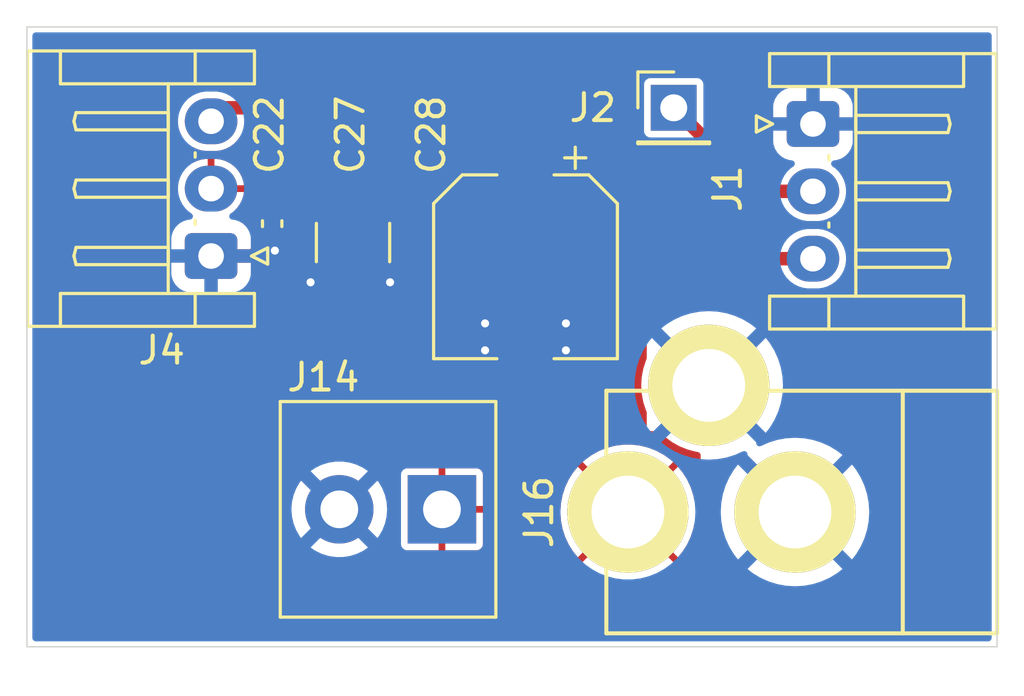
<source format=kicad_pcb>
(kicad_pcb (version 20240108) (generator "pcbnew") (generator_version "8.0")
  (layers (0 "F.Cu" signal) (31 "B.Cu" signal) (34 "B.Paste" user) (35 "F.Paste" user) (36 "B.SilkS" user "B.Silkscreen") (37 "F.SilkS" user "F.Silkscreen") (38 "B.Mask" user) (39 "F.Mask" user) (44 "Edge.Cuts" user))
  (net 0 "")
  (net 1 "GND")
  (net 2 "Net-(J1-Pin_2)")
  (net 3 "/DYNAMIXEL")
  (net 4 "+12V")
  (footprint "Pixels-dice:DB125-3.81-2P-GN-S" (layer "F.Cu") (at 140.4 99.9 180)
    (property "Reference" "J14" (at 4.4 4.9 0) (layer "F.SilkS"))
    (property "Value" "Screw_Terminal_01x02")
    (fp_line (start 6 4) (end 6 -4) (stroke (width 0.12)) (layer "F.SilkS"))
    (fp_line (start 6 -4) (end -2 -4) (stroke (width 0.12)) (layer "F.SilkS"))
    (fp_line (start -2 4) (end 6 4) (stroke (width 0.12)) (layer "F.SilkS"))
    (fp_line (start -2 -4) (end -2 4) (stroke (width 0.12)) (layer "F.SilkS"))
    (pad "1" thru_hole rect (at 0 0 180) (size 2.54 2.54) (drill 1.4) (layers "*.Cu" "*.Mask") (net 4 "+12V"))
    (pad "2" thru_hole circle (at 3.81 0 180) (size 2.54 2.54) (drill 1.4) (layers "*.Cu" "*.Mask") (net 1 "GND"))
  )
  (footprint "Pixels-dice:BARREL_JACK" (layer "F.Cu") (at 153.50014 100 180)
    (property "Reference" "J16" (at 9.50014 0 90) (layer "F.SilkS"))
    (property "Value" "Barrel_Jack_Switch")
    (fp_line (start 7.00024 4.50088) (end 7.00024 -4.50088) (stroke (width 0.15)) (layer "F.SilkS"))
    (fp_line (start 7.00024 -4.50088) (end -7.50062 -4.50088) (stroke (width 0.15)) (layer "F.SilkS"))
    (fp_line (start -4.0005 -4.50088) (end -4.0005 4.50088) (stroke (width 0.15)) (layer "F.SilkS"))
    (fp_line (start -7.50062 4.50088) (end 7.00024 4.50088) (stroke (width 0.15)) (layer "F.SilkS"))
    (fp_line (start -7.50062 -4.50088) (end -7.50062 4.50088) (stroke (width 0.15)) (layer "F.SilkS"))
    (pad "1" thru_hole circle (at 6.20014 0 180) (size 4.5 4.5) (drill 2.7) (layers "*.Cu" "*.Mask" "F.SilkS") (net 4 "+12V"))
    (pad "2" thru_hole circle (at 0 0 180) (size 4.5 4.5) (drill 2.7) (layers "*.Cu" "*.Mask" "F.SilkS") (net 1 "GND"))
    (pad "3" thru_hole circle (at 3.2004 4.699 180) (size 4.5 4.5) (drill 2.7) (layers "*.Cu" "*.Mask" "F.SilkS") (net 1 "GND"))
  )
  (footprint "Capacitor_SMD:C_1210_3225Metric" (layer "F.Cu") (at 137.1 90 -90)
    (property "Reference" "C27" (at -4 0.1 90) (layer "F.SilkS"))
    (property "Value" "22uF 25V")
    (fp_line (start -0.711252 1.36) (end 0.711252 1.36) (stroke (width 0.12)) (layer "F.SilkS"))
    (fp_line (start -0.711252 -1.36) (end 0.711252 -1.36) (stroke (width 0.12)) (layer "F.SilkS"))
    (pad "1" smd roundrect (at -1.475 0 270) (size 1.15 2.7) (layers "F.Cu" "F.Paste" "F.Mask") (roundrect_rratio 0.217391) (net 4 "+12V"))
    (pad "2" smd roundrect (at 1.475 0 270) (size 1.15 2.7) (layers "F.Cu" "F.Paste" "F.Mask") (roundrect_rratio 0.217391) (net 1 "GND"))
  )
  (footprint "Connector_JST:JST_EH_S3B-EH_1x03_P2.50mm_Horizontal" (layer "F.Cu") (at 154.1675 85.6 -90)
    (property "Reference" "J1" (at 2.4 3.1675 90) (layer "F.SilkS"))
    (property "Value" "DYNAMIXEL")
    (fp_line (start -0.3 2.1) (end 0.3 2.1) (stroke (width 0.12)) (layer "F.SilkS"))
    (fp_line (start 0.3 2.1) (end 0 1.5) (stroke (width 0.12)) (layer "F.SilkS"))
    (fp_line (start -2.61 1.61) (end -2.61 -6.81) (stroke (width 0.12)) (layer "F.SilkS"))
    (fp_line (start -1.39 1.61) (end -2.61 1.61) (stroke (width 0.12)) (layer "F.SilkS"))
    (fp_line (start 6.39 1.61) (end 6.39 -0.59) (stroke (width 0.12)) (layer "F.SilkS"))
    (fp_line (start 7.61 1.61) (end 6.39 1.61) (stroke (width 0.12)) (layer "F.SilkS"))
    (fp_line (start 0 1.5) (end -0.3 2.1) (stroke (width 0.12)) (layer "F.SilkS"))
    (fp_line (start -1.39 -0.59) (end -1.39 1.61) (stroke (width 0.12)) (layer "F.SilkS"))
    (fp_line (start -1.39 -0.59) (end -2.61 -0.59) (stroke (width 0.12)) (layer "F.SilkS"))
    (fp_line (start 1.17 -0.59) (end 1.33 -0.59) (stroke (width 0.12)) (layer "F.SilkS"))
    (fp_line (start 3.67 -0.59) (end 3.83 -0.59) (stroke (width 0.12)) (layer "F.SilkS"))
    (fp_line (start 6.39 -0.59) (end 7.61 -0.59) (stroke (width 0.12)) (layer "F.SilkS"))
    (fp_line (start -1.39 -1.59) (end 6.39 -1.59) (stroke (width 0.12)) (layer "F.SilkS"))
    (fp_line (start -0.32 -1.59) (end -0.32 -5.01) (stroke (width 0.12)) (layer "F.SilkS"))
    (fp_line (start 0 -1.59) (end -0.32 -1.59) (stroke (width 0.12)) (layer "F.SilkS"))
    (fp_line (start 0.32 -1.59) (end 0 -1.59) (stroke (width 0.12)) (layer "F.SilkS"))
    (fp_line (start 2.18 -1.59) (end 2.18 -5.01) (stroke (width 0.12)) (layer "F.SilkS"))
    (fp_line (start 2.5 -1.59) (end 2.18 -1.59) (stroke (width 0.12)) (layer "F.SilkS"))
    (fp_line (start 2.82 -1.59) (end 2.5 -1.59) (stroke (width 0.12)) (layer "F.SilkS"))
    (fp_line (start 4.68 -1.59) (end 4.68 -5.01) (stroke (width 0.12)) (layer "F.SilkS"))
    (fp_line (start 5 -1.59) (end 4.68 -1.59) (stroke (width 0.12)) (layer "F.SilkS"))
    (fp_line (start 5.32 -1.59) (end 5 -1.59) (stroke (width 0.12)) (layer "F.SilkS"))
    (fp_line (start -0.32 -5.01) (end 0 -5.09) (stroke (width 0.12)) (layer "F.SilkS"))
    (fp_line (start 0.32 -5.01) (end 0.32 -1.59) (stroke (width 0.12)) (layer "F.SilkS"))
    (fp_line (start 2.18 -5.01) (end 2.5 -5.09) (stroke (width 0.12)) (layer "F.SilkS"))
    (fp_line (start 2.82 -5.01) (end 2.82 -1.59) (stroke (width 0.12)) (layer "F.SilkS"))
    (fp_line (start 4.68 -5.01) (end 5 -5.09) (stroke (width 0.12)) (layer "F.SilkS"))
    (fp_line (start 5.32 -5.01) (end 5.32 -1.59) (stroke (width 0.12)) (layer "F.SilkS"))
    (fp_line (start 0 -5.09) (end 0.32 -5.01) (stroke (width 0.12)) (layer "F.SilkS"))
    (fp_line (start 2.5 -5.09) (end 2.82 -5.01) (stroke (width 0.12)) (layer "F.SilkS"))
    (fp_line (start 5 -5.09) (end 5.32 -5.01) (stroke (width 0.12)) (layer "F.SilkS"))
    (fp_line (start -2.61 -5.59) (end -1.39 -5.59) (stroke (width 0.12)) (layer "F.SilkS"))
    (fp_line (start -1.39 -5.59) (end -1.39 -0.59) (stroke (width 0.12)) (layer "F.SilkS"))
    (fp_line (start 6.39 -5.59) (end 6.39 -0.59) (stroke (width 0.12)) (layer "F.SilkS"))
    (fp_line (start 7.61 -5.59) (end 6.39 -5.59) (stroke (width 0.12)) (layer "F.SilkS"))
    (fp_line (start -2.61 -6.81) (end 7.61 -6.81) (stroke (width 0.12)) (layer "F.SilkS"))
    (fp_line (start 7.61 -6.81) (end 7.61 1.61) (stroke (width 0.12)) (layer "F.SilkS"))
    (pad "1" thru_hole roundrect (at 0 0 270) (size 1.7 1.95) (drill 0.95) (layers "*.Cu" "*.Mask") (roundrect_rratio 0.147059) (net 1 "GND"))
    (pad "2" thru_hole oval (at 2.5 0 270) (size 1.7 1.95) (drill 0.95) (layers "*.Cu" "*.Mask") (net 2 "Net-(J1-Pin_2)"))
    (pad "3" thru_hole oval (at 5 0 270) (size 1.7 1.95) (drill 0.95) (layers "*.Cu" "*.Mask") (net 3 "/DYNAMIXEL"))
  )
  (footprint "Connector_JST:JST_EH_S3B-EH_1x03_P2.50mm_Horizontal" (layer "F.Cu") (at 131.8325 90.5 90)
    (property "Reference" "J4" (at -3.5 -1.8325 180) (layer "F.SilkS"))
    (property "Value" "DYNAMIXEL")
    (fp_line (start 7.61 -6.81) (end 7.61 1.61) (stroke (width 0.12)) (layer "F.SilkS"))
    (fp_line (start -2.61 -6.81) (end 7.61 -6.81) (stroke (width 0.12)) (layer "F.SilkS"))
    (fp_line (start 7.61 -5.59) (end 6.39 -5.59) (stroke (width 0.12)) (layer "F.SilkS"))
    (fp_line (start 6.39 -5.59) (end 6.39 -0.59) (stroke (width 0.12)) (layer "F.SilkS"))
    (fp_line (start -1.39 -5.59) (end -1.39 -0.59) (stroke (width 0.12)) (layer "F.SilkS"))
    (fp_line (start -2.61 -5.59) (end -1.39 -5.59) (stroke (width 0.12)) (layer "F.SilkS"))
    (fp_line (start 5 -5.09) (end 5.32 -5.01) (stroke (width 0.12)) (layer "F.SilkS"))
    (fp_line (start 2.5 -5.09) (end 2.82 -5.01) (stroke (width 0.12)) (layer "F.SilkS"))
    (fp_line (start 0 -5.09) (end 0.32 -5.01) (stroke (width 0.12)) (layer "F.SilkS"))
    (fp_line (start 5.32 -5.01) (end 5.32 -1.59) (stroke (width 0.12)) (layer "F.SilkS"))
    (fp_line (start 4.68 -5.01) (end 5 -5.09) (stroke (width 0.12)) (layer "F.SilkS"))
    (fp_line (start 2.82 -5.01) (end 2.82 -1.59) (stroke (width 0.12)) (layer "F.SilkS"))
    (fp_line (start 2.18 -5.01) (end 2.5 -5.09) (stroke (width 0.12)) (layer "F.SilkS"))
    (fp_line (start 0.32 -5.01) (end 0.32 -1.59) (stroke (width 0.12)) (layer "F.SilkS"))
    (fp_line (start -0.32 -5.01) (end 0 -5.09) (stroke (width 0.12)) (layer "F.SilkS"))
    (fp_line (start 5.32 -1.59) (end 5 -1.59) (stroke (width 0.12)) (layer "F.SilkS"))
    (fp_line (start 5 -1.59) (end 4.68 -1.59) (stroke (width 0.12)) (layer "F.SilkS"))
    (fp_line (start 4.68 -1.59) (end 4.68 -5.01) (stroke (width 0.12)) (layer "F.SilkS"))
    (fp_line (start 2.82 -1.59) (end 2.5 -1.59) (stroke (width 0.12)) (layer "F.SilkS"))
    (fp_line (start 2.5 -1.59) (end 2.18 -1.59) (stroke (width 0.12)) (layer "F.SilkS"))
    (fp_line (start 2.18 -1.59) (end 2.18 -5.01) (stroke (width 0.12)) (layer "F.SilkS"))
    (fp_line (start 0.32 -1.59) (end 0 -1.59) (stroke (width 0.12)) (layer "F.SilkS"))
    (fp_line (start 0 -1.59) (end -0.32 -1.59) (stroke (width 0.12)) (layer "F.SilkS"))
    (fp_line (start -0.32 -1.59) (end -0.32 -5.01) (stroke (width 0.12)) (layer "F.SilkS"))
    (fp_line (start -1.39 -1.59) (end 6.39 -1.59) (stroke (width 0.12)) (layer "F.SilkS"))
    (fp_line (start 6.39 -0.59) (end 7.61 -0.59) (stroke (width 0.12)) (layer "F.SilkS"))
    (fp_line (start 3.67 -0.59) (end 3.83 -0.59) (stroke (width 0.12)) (layer "F.SilkS"))
    (fp_line (start 1.17 -0.59) (end 1.33 -0.59) (stroke (width 0.12)) (layer "F.SilkS"))
    (fp_line (start -1.39 -0.59) (end -2.61 -0.59) (stroke (width 0.12)) (layer "F.SilkS"))
    (fp_line (start -1.39 -0.59) (end -1.39 1.61) (stroke (width 0.12)) (layer "F.SilkS"))
    (fp_line (start 0 1.5) (end -0.3 2.1) (stroke (width 0.12)) (layer "F.SilkS"))
    (fp_line (start 7.61 1.61) (end 6.39 1.61) (stroke (width 0.12)) (layer "F.SilkS"))
    (fp_line (start 6.39 1.61) (end 6.39 -0.59) (stroke (width 0.12)) (layer "F.SilkS"))
    (fp_line (start -1.39 1.61) (end -2.61 1.61) (stroke (width 0.12)) (layer "F.SilkS"))
    (fp_line (start -2.61 1.61) (end -2.61 -6.81) (stroke (width 0.12)) (layer "F.SilkS"))
    (fp_line (start 0.3 2.1) (end 0 1.5) (stroke (width 0.12)) (layer "F.SilkS"))
    (fp_line (start -0.3 2.1) (end 0.3 2.1) (stroke (width 0.12)) (layer "F.SilkS"))
    (pad "1" thru_hole roundrect (at 0 0 90) (size 1.7 1.95) (drill 0.95) (layers "*.Cu" "*.Mask") (roundrect_rratio 0.147059) (net 1 "GND"))
    (pad "2" thru_hole oval (at 2.5 0 90) (size 1.7 1.95) (drill 0.95) (layers "*.Cu" "*.Mask") (net 4 "+12V"))
    (pad "3" thru_hole oval (at 5 0 90) (size 1.7 1.95) (drill 0.95) (layers "*.Cu" "*.Mask") (net 3 "/DYNAMIXEL"))
  )
  (footprint "Capacitor_SMD:C_0402_1005Metric" (layer "F.Cu") (at 134.1 89.3 -90)
    (property "Reference" "C22" (at -3.3 0.1 90) (layer "F.SilkS"))
    (property "Value" "0.1uF 25V")
    (fp_line (start -0.107836 0.36) (end 0.107836 0.36) (stroke (width 0.12)) (layer "F.SilkS"))
    (fp_line (start -0.107836 -0.36) (end 0.107836 -0.36) (stroke (width 0.12)) (layer "F.SilkS"))
    (pad "1" smd roundrect (at -0.48 0 270) (size 0.56 0.62) (layers "F.Cu" "F.Paste" "F.Mask") (net 4 "+12V"))
    (pad "2" smd roundrect (at 0.48 0 270) (size 0.56 0.62) (layers "F.Cu" "F.Paste" "F.Mask") (net 1 "GND"))
  )
  (footprint "Capacitor_SMD:CP_Elec_6.3x5.4" (layer "F.Cu") (at 143.5 90.9 -90)
    (property "Reference" "C28" (at -4.9 3.5 90) (layer "F.SilkS"))
    (property "Value" "100uF 50V")
    (fp_line (start -2.345563 3.41) (end 3.41 3.41) (stroke (width 0.12)) (layer "F.SilkS"))
    (fp_line (start 3.41 3.41) (end 3.41 1.06) (stroke (width 0.12)) (layer "F.SilkS"))
    (fp_line (start -3.41 2.345563) (end -2.345563 3.41) (stroke (width 0.12)) (layer "F.SilkS"))
    (fp_line (start -3.41 2.345563) (end -3.41 1.06) (stroke (width 0.12)) (layer "F.SilkS"))
    (fp_line (start -4.4375 -1.8475) (end -3.65 -1.8475) (stroke (width 0.12)) (layer "F.SilkS"))
    (fp_line (start -4.04375 -2.24125) (end -4.04375 -1.45375) (stroke (width 0.12)) (layer "F.SilkS"))
    (fp_line (start -3.41 -2.345563) (end -3.41 -1.06) (stroke (width 0.12)) (layer "F.SilkS"))
    (fp_line (start -3.41 -2.345563) (end -2.345563 -3.41) (stroke (width 0.12)) (layer "F.SilkS"))
    (fp_line (start -2.345563 -3.41) (end 3.41 -3.41) (stroke (width 0.12)) (layer "F.SilkS"))
    (fp_line (start 3.41 -3.41) (end 3.41 -1.06) (stroke (width 0.12)) (layer "F.SilkS"))
    (pad "1" smd roundrect (at -2.8 0 270) (size 3.5 1.6) (layers "F.Cu" "F.Paste" "F.Mask") (roundrect_rratio 0.15625) (net 4 "+12V"))
    (pad "2" smd roundrect (at 2.8 0 270) (size 3.5 1.6) (layers "F.Cu" "F.Paste" "F.Mask") (roundrect_rratio 0.15625) (net 1 "GND"))
  )
  (footprint "Connector_PinHeader_2.54mm:PinHeader_1x01_P2.54mm_Vertical" (layer "F.Cu") (at 149 85)
    (property "Reference" "J2" (at -3 0 0) (layer "F.SilkS"))
    (property "Value" "Conn_01x01")
    (fp_line (start -1.33 -1.33) (end 0 -1.33) (stroke (width 0.12)) (layer "F.SilkS"))
    (fp_line (start -1.33 0) (end -1.33 -1.33) (stroke (width 0.12)) (layer "F.SilkS"))
    (fp_line (start -1.33 1.27) (end -1.33 1.33) (stroke (width 0.12)) (layer "F.SilkS"))
    (fp_line (start -1.33 1.27) (end 1.33 1.27) (stroke (width 0.12)) (layer "F.SilkS"))
    (fp_line (start -1.33 1.33) (end 1.33 1.33) (stroke (width 0.12)) (layer "F.SilkS"))
    (fp_line (start 1.33 1.27) (end 1.33 1.33) (stroke (width 0.12)) (layer "F.SilkS"))
    (pad "1" thru_hole rect (at 0 0) (size 1.7 1.7) (drill 1) (layers "*.Cu" "*.Mask") (net 2 "Net-(J1-Pin_2)"))
  )
  (gr_line (start 161 105) (end 125 105) (stroke (width 0.05)) (layer "Edge.Cuts"))
  (gr_line (start 161 82) (end 161 105) (stroke (width 0.05)) (layer "Edge.Cuts"))
  (gr_line (start 125 82) (end 161 82) (stroke (width 0.05)) (layer "Edge.Cuts"))
  (gr_line (start 125 105) (end 125 82) (stroke (width 0.05)) (layer "Edge.Cuts"))
  (segment (start 137.1 91.475) (end 135.795 91.475) (width 0.5) (layer "F.Cu") (net 1))
  (segment (start 134.1 89.78) (end 133.38 90.5) (width 0.5) (layer "F.Cu") (net 1))
  (segment (start 138.475 91.475) (end 137.1 91.475) (width 0.5) (layer "F.Cu") (net 1))
  (segment (start 143.5 93.7) (end 144.3 93.7) (width 0.5) (layer "F.Cu") (net 1))
  (segment (start 143.5 93.7) (end 142.7 93.7) (width 0.5) (layer "F.Cu") (net 1))
  (segment (start 135.525 91.475) (end 137.1 91.475) (width 0.5) (layer "F.Cu") (net 1))
  (segment (start 143.5 93.7) (end 144.7 93.7) (width 0.5) (layer "F.Cu") (net 1))
  (segment (start 144.3 93.7) (end 145 93) (width 0.5) (layer "F.Cu") (net 1))
  (segment (start 142.3 93.7) (end 142 94) (width 0.5) (layer "F.Cu") (net 1))
  (segment (start 142.7 93.7) (end 142 93) (width 0.5) (layer "F.Cu") (net 1))
  (segment (start 134.2 90.3) (end 133.84 90.04) (width 0.5) (layer "F.Cu") (net 1))
  (segment (start 143.5 93.7) (end 142.3 93.7) (width 0.5) (layer "F.Cu") (net 1))
  (segment (start 133.38 90.5) (end 131.8325 90.5) (width 0.5) (layer "F.Cu") (net 1))
  (segment (start 144.7 93.7) (end 145 94) (width 0.5) (layer "F.Cu") (net 1))
  (via (at 134.2 90.3) (size 0.5) (drill 0.3) (layers "F.Cu" "B.Cu") (net 1))
  (via (at 138.475 91.475) (size 0.5) (drill 0.3) (layers "F.Cu" "B.Cu") (net 1))
  (via (at 142 94) (size 0.5) (drill 0.3) (layers "F.Cu" "B.Cu") (net 1))
  (via (at 145 93) (size 0.5) (drill 0.3) (layers "F.Cu" "B.Cu") (net 1))
  (via (at 135.525 91.475) (size 0.5) (drill 0.3) (layers "F.Cu" "B.Cu") (net 1))
  (via (at 145 94) (size 0.5) (drill 0.3) (layers "F.Cu" "B.Cu") (net 1))
  (via (at 142 93) (size 0.5) (drill 0.3) (layers "F.Cu" "B.Cu") (net 1))
  (segment (start 154.1675 88.1) (end 152.1 88.1) (width 0.5) (layer "F.Cu") (net 2))
  (segment (start 152.1 88.1) (end 149 85) (width 0.5) (layer "F.Cu") (net 2))
  (segment (start 132.3325 85) (end 131.8325 85.5) (width 0.5) (layer "F.Cu") (net 3))
  (segment (start 154.1675 90.6) (end 150.6 90.6) (width 0.5) (layer "F.Cu") (net 3))
  (segment (start 150.6 90.6) (end 145 85) (width 0.5) (layer "F.Cu") (net 3))
  (segment (start 145 85) (end 132.3325 85) (width 0.5) (layer "F.Cu") (net 3))
  (zone (net 1) (net_name "GND") (layer "F.Cu") (priority 3) (connect_pads yes (clearance 0)) (min_thickness 0.25) (fill yes (thermal_gap 0.25) (thermal_bridge_width 0.25))
    (polygon (pts (xy 141.5 92) (xy 141.5 95.5) (xy 145.5 95.5) (xy 145.5 92)))
  )
  (zone (net 4) (net_name "+12V") (layer "F.Cu") (priority 1) (connect_pads (clearance 0)) (min_thickness 0.25) (fill yes (thermal_gap 0.25) (thermal_bridge_width 0.25))
    (polygon (pts (xy 150 102) (xy 139 102) (xy 139 90) (xy 135 90) (xy 135 89) (xy 131 89) (xy 131 86) (xy 139 86) (xy 139 86) (xy 148 86) (xy 148 97) (xy 150 97)))
  )
  (zone (net 1) (net_name "GND") (layer "B.Cu") (connect_pads (clearance 0)) (min_thickness 0.25) (fill yes (thermal_gap 0.5) (thermal_bridge_width 0.5))
    (polygon (pts (xy 124 81) (xy 124 106) (xy 162 106) (xy 162 81)))
  )
)
</source>
